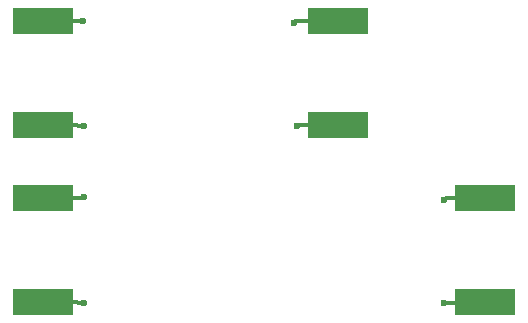
<source format=gbl>
G04 #@! TF.FileFunction,Copper,L4,Bot,Signal*
%FSLAX46Y46*%
G04 Gerber Fmt 4.6, Leading zero omitted, Abs format (unit mm)*
G04 Created by KiCad (PCBNEW 4.0.2-stable) date Tue Apr 26 20:10:33 2016*
%MOMM*%
G01*
G04 APERTURE LIST*
%ADD10C,0.100000*%
%ADD11R,5.080000X2.290000*%
%ADD12C,0.600000*%
%ADD13C,0.350000*%
G04 APERTURE END LIST*
D10*
D11*
X175000000Y-94380000D03*
X175000000Y-85620000D03*
X150000000Y-85620000D03*
X150000000Y-94380000D03*
X150000000Y-100620000D03*
X150000000Y-109380000D03*
X187500000Y-109380000D03*
X187500000Y-100620000D03*
D12*
X171250000Y-85750000D03*
X171500000Y-94500000D03*
X184000000Y-109500000D03*
X184000000Y-100750000D03*
X153380000Y-85620000D03*
X153500000Y-94500000D03*
X153500000Y-100500000D03*
X153500000Y-109500000D03*
D13*
X175000000Y-94380000D02*
X171620000Y-94380000D01*
X171620000Y-94380000D02*
X171500000Y-94500000D01*
X187500000Y-100620000D02*
X184130000Y-100620000D01*
X184130000Y-100620000D02*
X184000000Y-100750000D01*
X175000000Y-85620000D02*
X171380000Y-85620000D01*
X171380000Y-85620000D02*
X171250000Y-85750000D01*
X184000000Y-109500000D02*
X187380000Y-109500000D01*
X187380000Y-109500000D02*
X187500000Y-109380000D01*
X153380000Y-85620000D02*
X150000000Y-85620000D01*
X153010000Y-94500000D02*
X153500000Y-94500000D01*
X150000000Y-94380000D02*
X152890000Y-94380000D01*
X152890000Y-94380000D02*
X153010000Y-94500000D01*
X150000000Y-100620000D02*
X153380000Y-100620000D01*
X153380000Y-100620000D02*
X153500000Y-100500000D01*
X153010000Y-109500000D02*
X153500000Y-109500000D01*
X150000000Y-109380000D02*
X152890000Y-109380000D01*
X152890000Y-109380000D02*
X153010000Y-109500000D01*
M02*

</source>
